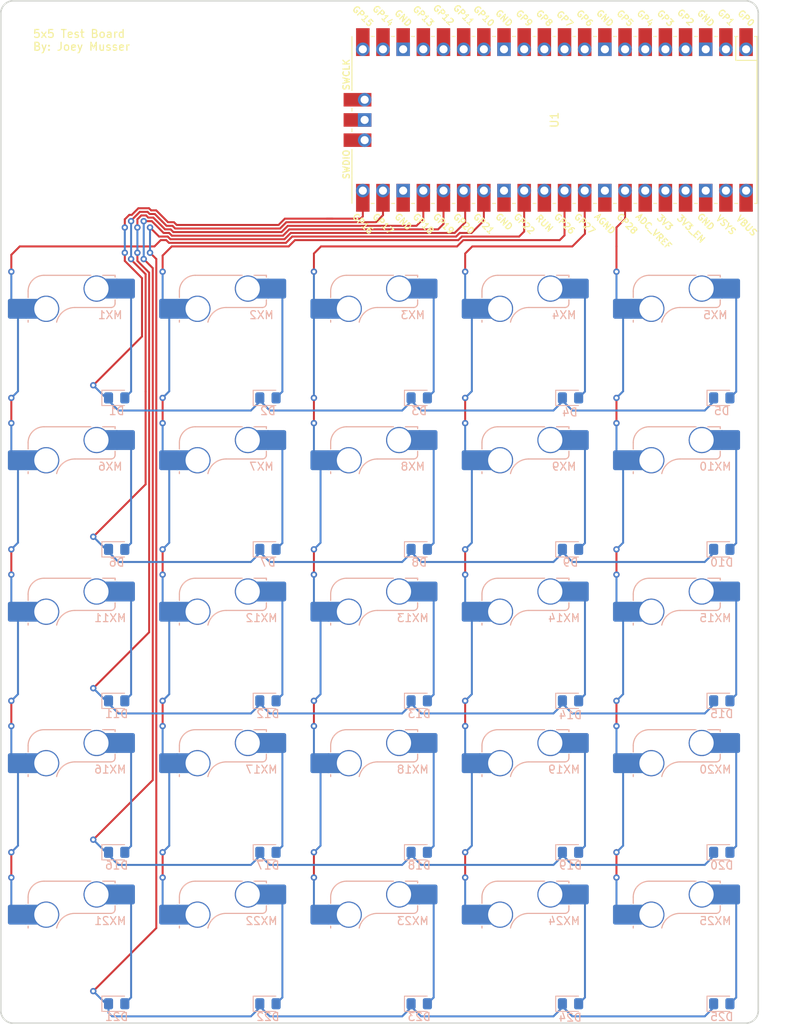
<source format=kicad_pcb>
(kicad_pcb (version 20221018) (generator pcbnew)
  (layers (0 "F.Cu" signal) (31 "B.Cu" signal) (34 "B.Paste" user) (35 "F.Paste" user) (36 "B.SilkS" user "B.Silkscreen") (37 "F.SilkS" user "F.Silkscreen") (38 "B.Mask" user) (39 "F.Mask" user) (44 "Edge.Cuts" user))
  (net 0 "")
  (net 34 "ROW0")
  (net 35 "Net-(D1-A)")
  (net 36 "Net-(D2-A)")
  (net 37 "Net-(D3-A)")
  (net 38 "Net-(D4-A)")
  (net 39 "Net-(D5-A)")
  (net 40 "ROW1")
  (net 41 "Net-(D6-A)")
  (net 42 "Net-(D7-A)")
  (net 43 "Net-(D8-A)")
  (net 44 "Net-(D9-A)")
  (net 45 "Net-(D10-A)")
  (net 46 "Net-(D11-A)")
  (net 47 "Net-(D12-A)")
  (net 48 "Net-(D13-A)")
  (net 49 "Net-(D14-A)")
  (net 50 "Net-(D15-A)")
  (net 51 "ROW3")
  (net 52 "Net-(D16-A)")
  (net 53 "Net-(D17-A)")
  (net 54 "Net-(D18-A)")
  (net 55 "Net-(D19-A)")
  (net 56 "Net-(D20-A)")
  (net 57 "ROW4")
  (net 58 "Net-(D21-A)")
  (net 59 "Net-(D22-A)")
  (net 60 "Net-(D23-A)")
  (net 61 "Net-(D24-A)")
  (net 62 "Net-(D25-A)")
  (net 63 "COL0")
  (net 64 "COL1")
  (net 65 "COL2")
  (net 66 "COL3")
  (net 67 "ROW2")
  (net 68 "COL4")
  (footprint "MCU_RaspberryPi_and_Boards:RPi_Pico_SMD_TH" (layer "F.Cu") (at 141.1545 59.436 -90)
    (fp_text reference "U1")
    (fp_text value "Pico")
  )
  (footprint "PCM_marbastlib-mx:SW_MX_HS_1u" (layer "B.Cu") (at 138.1125 142.875 180)
    (fp_text reference "MX19")
    (fp_text value "MX_SW_HS" hide)
  )
  (footprint "PCM_marbastlib-mx:SW_MX_HS_1u" (layer "B.Cu") (at 80.9625 104.775 180)
    (fp_text reference "MX6")
    (fp_text value "MX_SW_HS" hide)
  )
  (footprint "Diode_SMD:D_0805_2012Metric_Pad1.15x1.40mm_HandSolder" (layer "B.Cu") (at 162.2275 132.49275)
    (fp_text reference "D15")
    (fp_text value "D_Small")
  )
  (footprint "PCM_marbastlib-mx:SW_MX_HS_1u" (layer "B.Cu") (at 138.1125 104.775 180)
    (fp_text reference "MX9")
    (fp_text value "MX_SW_HS" hide)
  )
  (footprint "Diode_SMD:D_0805_2012Metric_Pad1.15x1.40mm_HandSolder" (layer "B.Cu") (at 143.1775 132.49275)
    (fp_text reference "D14")
    (fp_text value "D_Small")
  )
  (footprint "PCM_marbastlib-mx:SW_MX_HS_1u" (layer "B.Cu") (at 100.0125 85.725 180)
    (fp_text reference "MX2")
    (fp_text value "MX_SW_HS" hide)
  )
  (footprint "Diode_SMD:D_0805_2012Metric_Pad1.15x1.40mm_HandSolder" (layer "B.Cu") (at 105.0775 113.44275)
    (fp_text reference "D7")
    (fp_text value "D_Small")
  )
  (footprint "Diode_SMD:D_0805_2012Metric_Pad1.15x1.40mm_HandSolder" (layer "B.Cu") (at 86.0275 151.54275)
    (fp_text reference "D16")
    (fp_text value "D_Small")
  )
  (footprint "Diode_SMD:D_0805_2012Metric_Pad1.15x1.40mm_HandSolder" (layer "B.Cu") (at 86.0275 94.39275)
    (fp_text reference "D1")
    (fp_text value "D_Small")
  )
  (footprint "Diode_SMD:D_0805_2012Metric_Pad1.15x1.40mm_HandSolder" (layer "B.Cu") (at 124.1275 113.44275)
    (fp_text reference "D8")
    (fp_text value "D_Small")
  )
  (footprint "PCM_marbastlib-mx:SW_MX_HS_1u" (layer "B.Cu") (at 138.1125 85.725 180)
    (fp_text reference "MX4")
    (fp_text value "MX_SW_HS" hide)
  )
  (footprint "PCM_marbastlib-mx:SW_MX_HS_1u" (layer "B.Cu") (at 157.1625 104.775 180)
    (fp_text reference "MX10")
    (fp_text value "MX_SW_HS" hide)
  )
  (footprint "Diode_SMD:D_0805_2012Metric_Pad1.15x1.40mm_HandSolder" (layer "B.Cu") (at 162.2275 151.54275)
    (fp_text reference "D20")
    (fp_text value "D_Small")
  )
  (footprint "PCM_marbastlib-mx:SW_MX_HS_1u" (layer "B.Cu") (at 100.0125 104.775 180)
    (fp_text reference "MX7")
    (fp_text value "MX_SW_HS" hide)
  )
  (footprint "PCM_marbastlib-mx:SW_MX_HS_1u" (layer "B.Cu") (at 100.0125 123.825 180)
    (fp_text reference "MX12")
    (fp_text value "MX_SW_HS" hide)
  )
  (footprint "PCM_marbastlib-mx:SW_MX_HS_1u" (layer "B.Cu") (at 157.1625 161.925 180)
    (fp_text reference "MX25")
    (fp_text value "MX_SW_HS" hide)
  )
  (footprint "PCM_marbastlib-mx:SW_MX_HS_1u" (layer "B.Cu") (at 138.1125 161.925 180)
    (fp_text reference "MX24")
    (fp_text value "MX_SW_HS" hide)
  )
  (footprint "Diode_SMD:D_0805_2012Metric_Pad1.15x1.40mm_HandSolder" (layer "B.Cu") (at 124.1275 151.54275)
    (fp_text reference "D18")
    (fp_text value "D_Small")
  )
  (footprint "PCM_marbastlib-mx:SW_MX_HS_1u" (layer "B.Cu") (at 80.9625 85.725 180)
    (fp_text reference "MX1")
    (fp_text value "MX_SW_HS" hide)
  )
  (footprint "PCM_marbastlib-mx:SW_MX_HS_1u" (layer "B.Cu") (at 119.0625 142.875 180)
    (fp_text reference "MX18")
    (fp_text value "MX_SW_HS" hide)
  )
  (footprint "Diode_SMD:D_0805_2012Metric_Pad1.15x1.40mm_HandSolder" (layer "B.Cu") (at 105.0775 170.59275)
    (fp_text reference "D22")
    (fp_text value "D_Small")
  )
  (footprint "Diode_SMD:D_0805_2012Metric_Pad1.15x1.40mm_HandSolder" (layer "B.Cu") (at 105.0775 132.49275)
    (fp_text reference "D12")
    (fp_text value "D_Small")
  )
  (footprint "Diode_SMD:D_0805_2012Metric_Pad1.15x1.40mm_HandSolder" (layer "B.Cu") (at 143.1775 170.59275)
    (fp_text reference "D24")
    (fp_text value "D_Small")
  )
  (footprint "Diode_SMD:D_0805_2012Metric_Pad1.15x1.40mm_HandSolder" (layer "B.Cu") (at 86.0275 113.44275)
    (fp_text reference "D6")
    (fp_text value "D_Small")
  )
  (footprint "PCM_marbastlib-mx:SW_MX_HS_1u" (layer "B.Cu") (at 138.1125 123.825 180)
    (fp_text reference "MX14")
    (fp_text value "MX_SW_HS" hide)
  )
  (footprint "PCM_marbastlib-mx:SW_MX_HS_1u" (layer "B.Cu") (at 100.0125 161.925 180)
    (fp_text reference "MX22")
    (fp_text value "MX_SW_HS" hide)
  )
  (footprint "PCM_marbastlib-mx:SW_MX_HS_1u" (layer "B.Cu") (at 80.9625 142.875 180)
    (fp_text reference "MX16")
    (fp_text value "MX_SW_HS" hide)
  )
  (footprint "Diode_SMD:D_0805_2012Metric_Pad1.15x1.40mm_HandSolder" (layer "B.Cu") (at 86.0275 170.59275)
    (fp_text reference "D21")
    (fp_text value "D_Small")
  )
  (footprint "PCM_marbastlib-mx:SW_MX_HS_1u" (layer "B.Cu") (at 100.0125 142.875 180)
    (fp_text reference "MX17")
    (fp_text value "MX_SW_HS" hide)
  )
  (footprint "PCM_marbastlib-mx:SW_MX_HS_1u" (layer "B.Cu") (at 157.1625 123.825 180)
    (fp_text reference "MX15")
    (fp_text value "MX_SW_HS" hide)
  )
  (footprint "Diode_SMD:D_0805_2012Metric_Pad1.15x1.40mm_HandSolder" (layer "B.Cu") (at 162.2275 170.59275)
    (fp_text reference "D25")
    (fp_text value "D_Small")
  )
  (footprint "PCM_marbastlib-mx:SW_MX_HS_1u" (layer "B.Cu") (at 119.0625 161.925 180)
    (fp_text reference "MX23")
    (fp_text value "MX_SW_HS" hide)
  )
  (footprint "Diode_SMD:D_0805_2012Metric_Pad1.15x1.40mm_HandSolder" (layer "B.Cu") (at 143.1775 151.54275)
    (fp_text reference "D19")
    (fp_text value "D_Small")
  )
  (footprint "Diode_SMD:D_0805_2012Metric_Pad1.15x1.40mm_HandSolder" (layer "B.Cu") (at 124.1275 170.59275)
    (fp_text reference "D23")
    (fp_text value "D_Small")
  )
  (footprint "Diode_SMD:D_0805_2012Metric_Pad1.15x1.40mm_HandSolder" (layer "B.Cu") (at 143.1775 113.44275)
    (fp_text reference "D9")
    (fp_text value "D_Small")
  )
  (footprint "Diode_SMD:D_0805_2012Metric_Pad1.15x1.40mm_HandSolder" (layer "B.Cu") (at 124.1275 94.39275)
    (fp_text reference "D3")
    (fp_text value "D_Small")
  )
  (footprint "PCM_marbastlib-mx:SW_MX_HS_1u" (layer "B.Cu") (at 119.0625 104.775 180)
    (fp_text reference "MX8")
    (fp_text value "MX_SW_HS" hide)
  )
  (footprint "PCM_marbastlib-mx:SW_MX_HS_1u" (layer "B.Cu") (at 119.0625 123.825 180)
    (fp_text reference "MX13")
    (fp_text value "MX_SW_HS" hide)
  )
  (footprint "Diode_SMD:D_0805_2012Metric_Pad1.15x1.40mm_HandSolder" (layer "B.Cu") (at 143.1775 94.39275)
    (fp_text reference "D4")
    (fp_text value "D_Small")
  )
  (footprint "Diode_SMD:D_0805_2012Metric_Pad1.15x1.40mm_HandSolder" (layer "B.Cu") (at 105.0775 151.54275)
    (fp_text reference "D17")
    (fp_text value "D_Small")
  )
  (footprint "Diode_SMD:D_0805_2012Metric_Pad1.15x1.40mm_HandSolder" (layer "B.Cu") (at 105.0775 94.39275)
    (fp_text reference "D2")
    (fp_text value "D_Small")
  )
  (footprint "Diode_SMD:D_0805_2012Metric_Pad1.15x1.40mm_HandSolder" (layer "B.Cu") (at 162.2275 113.44275)
    (fp_text reference "D10")
    (fp_text value "D_Small")
  )
  (footprint "PCM_marbastlib-mx:SW_MX_HS_1u" (layer "B.Cu") (at 157.1625 142.875 180)
    (fp_text reference "MX20")
    (fp_text value "MX_SW_HS" hide)
  )
  (footprint "Diode_SMD:D_0805_2012Metric_Pad1.15x1.40mm_HandSolder" (layer "B.Cu") (at 124.1275 132.49275)
    (fp_text reference "D13")
    (fp_text value "D_Small")
  )
  (footprint "Diode_SMD:D_0805_2012Metric_Pad1.15x1.40mm_HandSolder" (layer "B.Cu") (at 86.0275 132.49275)
    (fp_text reference "D11")
    (fp_text value "D_Small")
  )
  (footprint "PCM_marbastlib-mx:SW_MX_HS_1u" (layer "B.Cu") (at 119.0625 85.725 180)
    (fp_text reference "MX3")
    (fp_text value "MX_SW_HS" hide)
  )
  (footprint "PCM_marbastlib-mx:SW_MX_HS_1u" (layer "B.Cu") (at 80.9625 123.825 180)
    (fp_text reference "MX11")
    (fp_text value "MX_SW_HS" hide)
  )
  (footprint "PCM_marbastlib-mx:SW_MX_HS_1u" (layer "B.Cu") (at 157.1625 85.725 180)
    (fp_text reference "MX5")
    (fp_text value "MX_SW_HS" hide)
  )
  (footprint "Diode_SMD:D_0805_2012Metric_Pad1.15x1.40mm_HandSolder" (layer "B.Cu") (at 162.2275 94.39275)
    (fp_text reference "D5")
    (fp_text value "D_Small")
  )
  (footprint "PCM_marbastlib-mx:SW_MX_HS_1u" (layer "B.Cu") (at 80.9625 161.925 180)
    (fp_text reference "MX21")
    (fp_text value "MX_SW_HS" hide)
  )
  (gr_line (start 166.820248 171.45) (end 166.820248 46.0375) (stroke (width 0.2)) (layer "Edge.Cuts"))
  (gr_line (start 71.4375 171.45) (end 71.4375 53.18125) (stroke (width 0.2)) (layer "Edge.Cuts"))
  (gr_arc (start 71.4375 46.0375) (mid 71.902468 44.914968) (end 73.025 44.45) (stroke (width 0.2)) (layer "Edge.Cuts"))
  (gr_line (start 71.4375 53.18125) (end 71.4375 46.0375) (stroke (width 0.2)) (layer "Edge.Cuts"))
  (gr_line (start 73.025 173.0375) (end 165.232748 173.0375) (stroke (width 0.2)) (layer "Edge.Cuts"))
  (gr_arc (start 73.025 173.0375) (mid 71.902468 172.572532) (end 71.4375 171.45) (stroke (width 0.2)) (layer "Edge.Cuts"))
  (gr_arc (start 165.232748 44.45) (mid 166.35528 44.914968) (end 166.820248 46.0375) (stroke (width 0.2)) (layer "Edge.Cuts"))
  (gr_arc (start 166.820248 171.45) (mid 166.35528 172.572532) (end 165.232748 173.0375) (stroke (width 0.2)) (layer "Edge.Cuts"))
  (gr_line (start 165.232748 44.45) (end 73.025 44.45) (stroke (width 0.2)) (layer "Edge.Cuts"))
  (gr_text "5x5 Test Board\nBy: Joey Musser" (at 75.40625 50.8) (layer "F.SilkS") (effects (font (size 1 1)) (justify left bottom)))
  (segment (start 116.42125 71.849) (end 112.4525 71.849) (width 0.25) (layer "F.Cu") (net 34))
  (segment (start 87.0525 71.936195) (end 87.614695 71.374) (width 0.25) (layer "F.Cu") (net 34))
  (segment (start 117.0245 71.5645) (end 116.74 71.849) (width 0.25) (layer "F.Cu") (net 34))
  (segment (start 87.0525 77.161805) (end 89.22125 79.330555) (width 0.25) (layer "F.Cu") (net 34))
  (segment (start 107.20802 71.849) (end 113.24625 71.849) (width 0.25) (layer "F.Cu") (net 34))
  (segment (start 88.760653 70.54275) (end 90.106847 70.54275) (width 0.25) (layer "F.Cu") (net 34))
  (segment (start 93.588896 72.64275) (end 106.41427 72.64275) (width 0.25) (layer "F.Cu") (net 34))
  (segment (start 89.22125 79.330555) (end 89.22125 86.66775) (width 0.25) (layer "F.Cu") (net 34))
  (segment (start 87.0525 76.1365) (end 87.0525 77.161805) (width 0.25) (layer "F.Cu") (net 34))
  (segment (start 87.0525 72.9615) (end 87.0525 71.936195) (width 0.25) (layer "F.Cu") (net 34))
  (segment (start 106.41427 72.64275) (end 107.20802 71.849) (width 0.25) (layer "F.Cu") (net 34))
  (segment (start 92.499493 72.299) (end 93.245146 72.299) (width 0.25) (layer "F.Cu") (net 34))
  (segment (start 93.245146 72.299) (end 93.588896 72.64275) (width 0.25) (layer "F.Cu") (net 34))
  (segment (start 87.614695 71.374) (end 87.929403 71.374) (width 0.25) (layer "F.Cu") (net 34))
  (segment (start 117.0245 68.326) (end 117.0245 71.5645) (width 0.25) (layer "F.Cu") (net 34))
  (segment (start 87.929403 71.374) (end 88.760653 70.54275) (width 0.25) (layer "F.Cu") (net 34))
  (segment (start 89.22125 86.66775) (end 83.08375 92.80525) (width 0.25) (layer "F.Cu") (net 34))
  (segment (start 116.74 71.849) (end 116.42125 71.849) (width 0.25) (layer "F.Cu") (net 34))
  (segment (start 90.370451 70.806354) (end 91.006847 70.806354) (width 0.25) (layer "F.Cu") (net 34))
  (segment (start 91.006847 70.806354) (end 92.499493 72.299) (width 0.25) (layer "F.Cu") (net 34))
  (segment (start 90.106847 70.54275) (end 90.370451 70.806354) (width 0.25) (layer "F.Cu") (net 34))
  (via (at 83.08375 92.80525) (size 0.8) (drill 0.4) (layers "F.Cu" "B.Cu") (net 34))
  (via (at 87.0525 76.1365) (size 0.8) (drill 0.4) (layers "F.Cu" "B.Cu") (net 34))
  (via (at 87.0525 72.9615) (size 0.8) (drill 0.4) (layers "F.Cu" "B.Cu") (net 34))
  (segment (start 105.30875 95.98025) (end 104.0525 94.724) (width 0.25) (layer "B.Cu") (net 34))
  (segment (start 123.1025 94.724) (end 123.1025 94.39275) (width 0.25) (layer "B.Cu") (net 34))
  (segment (start 104.0525 94.39275) (end 104.0525 94.85525) (width 0.25) (layer "B.Cu") (net 34))
  (segment (start 161.2025 94.85525) (end 160.0775 95.98025) (width 0.25) (layer "B.Cu") (net 34))
  (segment (start 143.40875 95.98025) (end 142.1525 94.724) (width 0.25) (layer "B.Cu") (net 34))
  (segment (start 86.25875 95.98025) (end 85.0025 94.724) (width 0.25) (layer "B.Cu") (net 34))
  (segment (start 161.2025 94.39275) (end 161.2025 94.85525) (width 0.25) (layer "B.Cu") (net 34))
  (segment (start 141.0275 95.98025) (end 124.35875 95.98025) (width 0.25) (layer "B.Cu") (net 34))
  (segment (start 85.0025 94.724) (end 85.0025 94.39275) (width 0.25) (layer "B.Cu") (net 34))
  (segment (start 104.0525 94.724) (end 104.0525 94.39275) (width 0.25) (layer "B.Cu") (net 34))
  (segment (start 142.1525 94.39275) (end 142.1525 94.85525) (width 0.25) (layer "B.Cu") (net 34))
  (segment (start 124.35875 95.98025) (end 123.1025 94.724) (width 0.25) (layer "B.Cu") (net 34))
  (segment (start 142.1525 94.724) (end 142.1525 94.39275) (width 0.25) (layer "B.Cu") (net 34))
  (segment (start 123.1025 94.39275) (end 123.1025 94.85525) (width 0.25) (layer "B.Cu") (net 34))
  (segment (start 85.0025 94.39275) (end 84.67125 94.39275) (width 0.25) (layer "B.Cu") (net 34))
  (segment (start 84.67125 94.39275) (end 83.08375 92.80525) (width 0.25) (layer "B.Cu") (net 34))
  (segment (start 123.1025 94.85525) (end 121.9775 95.98025) (width 0.25) (layer "B.Cu") (net 34))
  (segment (start 87.0525 76.1365) (end 87.0525 72.9615) (width 0.25) (layer "B.Cu") (net 34))
  (segment (start 104.0525 94.85525) (end 102.9275 95.98025) (width 0.25) (layer "B.Cu") (net 34))
  (segment (start 142.1525 94.85525) (end 141.0275 95.98025) (width 0.25) (layer "B.Cu") (net 34))
  (segment (start 121.9775 95.98025) (end 105.30875 95.98025) (width 0.25) (layer "B.Cu") (net 34))
  (segment (start 102.9275 95.98025) (end 86.25875 95.98025) (width 0.25) (layer "B.Cu") (net 34))
  (segment (start 160.0775 95.98025) (end 143.40875 95.98025) (width 0.25) (layer "B.Cu") (net 34))
  (segment (start 87.84625 93.599) (end 87.0525 94.39275) (width 0.25) (layer "B.Cu") (net 35))
  (segment (start 87.84625 81.43875) (end 87.84625 93.599) (width 0.25) (layer "B.Cu") (net 35))
  (segment (start 87.0525 80.645) (end 87.84625 81.43875) (width 0.25) (layer "B.Cu") (net 35))
  (segment (start 106.89625 93.599) (end 106.1025 94.39275) (width 0.25) (layer "B.Cu") (net 36))
  (segment (start 106.89625 81.43875) (end 106.89625 93.599) (width 0.25) (layer "B.Cu") (net 36))
  (segment (start 106.1025 80.645) (end 106.89625 81.43875) (width 0.25) (layer "B.Cu") (net 36))
  (segment (start 125.1525 80.645) (end 125.94625 81.43875) (width 0.25) (layer "B.Cu") (net 37))
  (segment (start 125.94625 93.599) (end 125.1525 94.39275) (width 0.25) (layer "B.Cu") (net 37))
  (segment (start 125.94625 81.43875) (end 125.94625 93.599) (width 0.25) (layer "B.Cu") (net 37))
  (segment (start 144.2025 80.645) (end 144.99625 81.43875) (width 0.25) (layer "B.Cu") (net 38))
  (segment (start 144.99625 81.43875) (end 144.99625 93.599) (width 0.25) (layer "B.Cu") (net 38))
  (segment (start 144.99625 93.599) (end 144.2025 94.39275) (width 0.25) (layer "B.Cu") (net 38))
  (segment (start 164.04625 81.43875) (end 164.04625 93.599) (width 0.25) (layer "B.Cu") (net 39))
  (segment (start 164.04625 93.599) (end 163.2525 94.39275) (width 0.25) (layer "B.Cu") (net 39))
  (segment (start 163.2525 80.645) (end 164.04625 81.43875) (width 0.25) (layer "B.Cu") (net 39))
  (segment (start 91.731847 72.16775) (end 91.376548 71.812451) (width 0.25) (layer "F.Cu") (net 40))
  (segment (start 118.8025 72.16775) (end 118.67125 72.299) (width 0.25) (layer "F.Cu") (net 40))
  (segment (start 87.84625 77.004451) (end 88.453604 77.611805) (width 0.25) (layer "F.Cu") (net 40))
  (segment (start 106.1025 73.09275) (end 94.19625 73.09275) (width 0.25) (layer "F.Cu") (net 40))
  (segment (start 87.84625 72.093549) (end 88.947049 70.99275) (width 0.25) (layer "F.Cu") (net 40))
  (segment (start 90.195451 71.26775) (end 90.2275 71.26775) (width 0.25) (layer "F.Cu") (net 40))
  (segment (start 90.831847 71.26775) (end 91.376549 71.812452) (width 0.25) (layer "F.Cu") (net 40))
  (segment (start 107.69 72.299) (end 107.394416 72.299) (width 0.25) (layer "F.Cu") (net 40))
  (segment (start 119.5645 68.326) (end 119.5645 71.40575) (width 0.25) (layer "F.Cu") (net 40))
  (segment (start 92.313097 72.749) (end 91.773423 72.209326) (width 0.25) (layer "F.Cu") (net 40))
  (segment (start 94.065 73.09275) (end 93.4025 73.09275) (width 0.25) (layer "F.Cu") (net 40))
  (segment (start 89.67125 105.26775) (end 89.67125 93.599) (width 0.25) (layer "F.Cu") (net 40))
  (segment (start 87.84625 72.093549) (end 87.84625 72.16775) (width 0.25) (layer "F.Cu") (net 40))
  (segment (start 89.920451 70.99275) (end 90.195451 71.26775) (width 0.25) (layer "F.Cu") (net 40))
  (segment (start 106.814083 72.879333) (end 106.600666 73.09275) (width 0.25) (layer "F.Cu") (net 40))
  (segment (start 93.4025 73.09275) (end 93.05875 72.749) (width 0.25) (layer "F.Cu") (net 40))
  (segment (start 88.947049 70.99275) (end 89.920451 70.99275) (width 0.25) (layer "F.Cu") (net 40))
  (segment (start 89.67125 78.829451) (end 89.67125 93.599) (width 0.25) (layer "F.Cu") (net 40))
  (segment (start 107.394416 72.299) (end 106.814083 72.879333) (width 0.25) (layer "F.Cu") (net 40))
  (segment (start 119.5645 71.40575) (end 118.8025 72.16775) (width 0.25) (layer "F.Cu") (net 40))
  (segment (start 94.19625 73.09275) (end 94.065 73.09275) (width 0.25) (layer "F.Cu") (net 40))
  (segment (start 92.637792 72.749) (end 92.313097 72.749) (width 0.25) (layer "F.Cu") (net 40))
  (segment (start 106.600666 73.09275) (end 106.1025 73.09275) (width 0.25) (layer "F.Cu") (net 40))
  (segment (start 83.08375 111.85525) (end 89.67125 105.26775) (width 0.25) (layer "F.Cu") (net 40))
  (segment (start 91.773423 72.209326) (end 91.731847 72.16775) (width 0.25) (layer "F.Cu") (net 40))
  (segment (start 87.84625 76.93025) (end 87.84625 77.004451) (width 0.25) (layer "F.Cu") (net 40))
  (segment (start 90.2275 71.26775) (end 90.831847 71.26775) (width 0.25) (layer "F.Cu") (net 40))
  (segment (start 118.67125 72.299) (end 107.69 72.299) (width 0.25) (layer "F.Cu") (net 40))
  (segment (start 88.453604 77.611805) (end 89.67125 78.829451) (width 0.25) (layer "F.Cu") (net 40))
  (segment (start 93.05875 72.749) (end 92.637792 72.749) (width 0.25) (layer "F.Cu") (net 40))
  (via (at 87.84625 76.93025) (size 0.8) (drill 0.4) (layers "F.Cu" "B.Cu") (net 40))
  (via (at 87.84625 72.16775) (size 0.8) (drill 0.4) (layers "F.Cu" "B.Cu") (net 40))
  (via (at 83.08375 111.85525) (size 0.8) (drill 0.4) (layers "F.Cu" "B.Cu") (net 40))
  (segment (start 104.0525 113.90525) (end 104.0525 113.44275) (width 0.25) (layer "B.Cu") (net 40))
  (segment (start 143.40875 115.03025) (end 142.1525 113.774) (width 0.25) (layer "B.Cu") (net 40))
  (segment (start 87.84625 72.16775) (end 87.84625 76.93025) (width 0.25) (layer "B.Cu") (net 40))
  (segment (start 142.1525 113.44275) (end 142.1525 113.90525) (width 0.25) (layer "B.Cu") (net 40))
  (segment (start 123.1025 113.44275) (end 123.1025 113.90525) (width 0.25) (layer "B.Cu") (net 40))
  (segment (start 84.67125 113.44275) (end 83.08375 111.85525) (width 0.25) (layer "B.Cu") (net 40))
  (segment (start 121.9775 115.03025) (end 105.30875 115.03025) (width 0.25) (layer "B.Cu") (net 40))
  (segment (start 102.9275 115.03025) (end 104.0525 113.90525) (width 0.25) (layer "B.Cu") (net 40))
  (segment (start 161.2025 113.90525) (end 160.0775 115.03025) (width 0.25) (layer "B.Cu") (net 40))
  (segment (start 86.25875 115.03025) (end 102.9275 115.03025) (width 0.25) (layer "B.Cu") (net 40))
  (segment (start 123.1025 113.774) (end 123.1025 113.44275) (width 0.25) (layer "B.Cu") (net 40))
  (segment (start 85.0025 113.44275) (end 85.0025 113.774) (width 0.25) (layer "B.Cu") (net 40))
  (segment (start 123.1025 113.90525) (end 121.9775 115.03025) (width 0.25) (layer "B.Cu") (net 40))
  (segment (start 104.0525 113.774) (end 104.0525 113.44275) (width 0.25) (layer "B.Cu") (net 40))
  (segment (start 141.0275 115.03025) (end 124.35875 115.03025) (width 0.25) (layer "B.Cu") (net 40))
  (segment (start 142.1525 113.774) (end 142.1525 113.44275) (width 0.25) (layer "B.Cu") (net 40))
  (segment (start 85.0025 113.774) (end 86.25875 115.03025) (width 0.25) (layer "B.Cu") (net 40))
  (segment (start 161.2025 113.44275) (end 161.2025 113.90525) (width 0.25) (layer "B.Cu") (net 40))
  (segment (start 105.30875 115.03025) (end 104.0525 113.774) (width 0.25) (layer "B.Cu") (net 40))
  (segment (start 142.1525 113.90525) (end 141.0275 115.03025) (width 0.25) (layer "B.Cu") (net 40))
  (segment (start 124.35875 115.03025) (end 123.1025 113.774) (width 0.25) (layer "B.Cu") (net 40))
  (segment (start 85.0025 113.44275) (end 84.67125 113.44275) (width 0.25) (layer "B.Cu") (net 40))
  (segment (start 160.0775 115.03025) (end 143.40875 115.03025) (width 0.25) (layer "B.Cu") (net 40))
  (segment (start 87.0525 99.695) (end 87.84625 100.48875) (width 0.25) (layer "B.Cu") (net 41))
  (segment (start 87.84625 112.649) (end 87.0525 113.44275) (width 0.25) (layer "B.Cu") (net 41))
  (segment (start 87.84625 100.48875) (end 87.84625 112.649) (width 0.25) (layer "B.Cu") (net 41))
  (segment (start 106.89625 100.48875) (end 106.89625 112.649) (width 0.25) (layer "B.Cu") (net 42))
  (segment (start 106.89625 112.649) (end 106.1025 113.44275) (width 0.25) (layer "B.Cu") (net 42))
  (segment (start 106.1025 99.695) (end 106.89625 100.48875) (width 0.25) (layer "B.Cu") (net 42))
  (segment (start 125.1525 99.695) (end 125.94625 100.48875) (width 0.25) (layer "B.Cu") (net 43))
  (segment (start 125.94625 100.48875) (end 125.94625 112.649) (width 0.25) (layer "B.Cu") (net 43))
  (segment (start 125.94625 112.649) (end 125.1525 113.44275) (width 0.25) (layer "B.Cu") (net 43))
  (segment (start 144.99625 100.48875) (end 144.99625 112.649) (width 0.25) (layer "B.Cu") (net 44))
  (segment (start 144.2025 99.695) (end 144.99625 100.48875) (width 0.25) (layer "B.Cu") (net 44))
  (segment (start 144.99625 112.649) (end 144.2025 113.44275) (width 0.25) (layer "B.Cu") (net 44))
  (segment (start 164.04625 100.48875) (end 164.04625 112.649) (width 0.25) (layer "B.Cu") (net 45))
  (segment (start 163.2525 99.695) (end 164.04625 100.48875) (width 0.25) (layer "B.Cu") (net 45))
  (segment (start 164.04625 112.649) (end 163.2525 113.44275) (width 0.25) (layer "B.Cu") (net 45))
  (segment (start 87.84625 119.53875) (end 87.84625 131.699) (width 0.25) (layer "B.Cu") (net 46))
  (segment (start 87.84625 131.699) (end 87.0525 132.49275) (width 0.25) (layer "B.Cu") (net 46))
  (segment (start 87.0525 118.745) (end 87.84625 119.53875) (width 0.25) (layer "B.Cu") (net 46))
  (segment (start 106.89625 131.699) (end 106.1025 132.49275) (width 0.25) (layer "B.Cu") (net 47))
  (segment (start 106.89625 119.53875) (end 106.89625 131.699) (width 0.25) (layer "B.Cu") (net 47))
  (segment (start 106.1025 118.745) (end 106.89625 119.53875) (width 0.25) (layer "B.Cu") (net 47))
  (segment (start 125.1525 118.745) (end 125.94625 119.53875) (width 0.25) (layer "B.Cu") (net 48))
  (segment (start 125.94625 119.53875) (end 125.94625 131.699) (width 0.25) (layer "B.Cu") (net 48))
  (segment (start 125.94625 131.699) (end 125.1525 132.49275) (width 0.25) (layer "B.Cu") (net 48))
  (segment (start 144.2025 118.745) (end 144.99625 119.53875) (width 0.25) (layer "B.Cu") (net 49))
  (segment (start 144.99625 119.53875) (end 144.99625 131.699) (width 0.25) (layer "B.Cu") (net 49))
  (segment (start 144.99625 131.699) (end 144.2025 132.49275) (width 0.25) (layer "B.Cu") (net 49))
  (segment (start 164.04625 131.699) (end 163.2525 132.49275) (width 0.25) (layer "B.Cu") (net 50))
  (segment (start 164.04625 119.53875) (end 164.04625 131.699) (width 0.25) (layer "B.Cu") (net 50))
  (segment (start 163.2525 118.745) (end 164.04625 119.53875) (width 0.25) (layer "B.Cu") (net 50))
  (segment (start 127.1845 68.326) (end 127.1845 72.517) (width 0.25) (layer "F.Cu") (net 51))
  (segment (start 90.459055 72.16775) (end 89.43375 72.16775) (width 0.25) (layer "F.Cu") (net 51))
  (segment (start 92.637792 73.649) (end 91.940305 73.649) (width 0.25) (layer "F.Cu") (net 51))
  (segment (start 90.57125 142.46775) (end 90.57125 78.06775) (width 0.25) (layer "F.Cu") (net 51))
  (segment (start 90.57125 78.06775) (end 89.43375 76.93025) (width 0.25) (layer "F.Cu") (net 51))
  (segment (start 83.08375 149.95525) (end 90.57125 142.46775) (width 0.25) (layer "F.Cu") (net 51))
  (segment (start 91.940305 73.649) (end 90.459055 72.16775) (width 0.25) (layer "F.Cu") (net 51))
  (segment (start 92.981542 73.99275) (end 92.637792 73.649) (width 0.25) (layer "F.Cu") (net 51))
  (segment (start 127.1845 72.517) (end 126.5025 73.199) (width 0.25) (layer "F.Cu") (net 51))
  (segment (start 107.767208 73.199) (end 106.973458 73.99275) (width 0.25) (layer "F.Cu") (net 51))
  (segment (start 126.5025 73.199) (end 107.767208 73.199) (width 0.25) (layer "F.Cu") (net 51))
  (segment (start 106.973458 73.99275) (end 92.981542 73.99275) (width 0.25) (layer "F.Cu") (net 51))
  (via (at 83.08375 149.95525) (size 0.8) (drill 0.4) (layers "F.Cu" "B.Cu") (net 51))
  (via (at 89.43375 72.16775) (size 0.8) (drill 0.4) (layers "F.Cu" "B.Cu") (net 51))
  (via (at 89.43375 76.93025) (size 0.8) (drill 0.4) (layers "F.Cu" "B.Cu") (net 51))
  (segment (start 85.0025 151.874) (end 86.25875 153.13025) (width 0.25) (layer "B.Cu") (net 51))
  (segment (start 85.0025 151.54275) (end 84.67125 151.54275) (width 0.25) (layer "B.Cu") (net 51))
  (segment (start 160.0775 153.13025) (end 161.2025 152.00525) (width 0.25) (layer "B.Cu") (net 51))
  (segment (start 161.2025 152.00525) (end 161.2025 151.54275) (width 0.25) (layer "B.Cu") (net 51))
  (segment (start 123.1025 151.874) (end 124.35875 153.13025) (width 0.25) (layer "B.Cu") (net 51))
  (segment (start 142.1525 152.00525) (end 142.1525 151.54275) (width 0.25) (layer "B.Cu") (net 51))
  (segment (start 85.0025 151.54275) (end 85.0025 151.874) (width 0.25) (layer "B.Cu") (net 51))
  (segment (start 142.1525 151.54275) (end 142.1525 151.874) (width 0.25) (layer "B.Cu") (net 51))
  (segment (start 142.1525 151.874) (end 143.40875 153.13025) (width 0.25) (layer "B.Cu") (net 51))
  (segment (start 84.67125 151.54275) (end 83.08375 149.95525) (width 0.25) (layer "B.Cu") (net 51))
  (segment (start 123.1025 152.00525) (end 123.1025 151.54275) (width 0.25) (layer "B.Cu") (net 51))
  (segment (start 89.43375 72.16775) (end 89.43375 76.93025) (width 0.25) (layer "B.Cu") (net 51))
  (segment (start 86.25875 153.13025) (end 102.9275 153.13025) (width 0.25) (layer "B.Cu") (net 51))
  (segment (start 105.30875 153.13025) (end 121.9775 153.13025) (width 0.25) (layer "B.Cu") (net 51))
  (segment (start 121.9775 153.13025) (end 123.1025 152.00525) (width 0.25) (layer "B.Cu") (net 51))
  (segment (start 123.1025 151.54275) (end 123.1025 151.874) (width 0.25) (layer "B.Cu") (net 51))
  (segment (start 102.9275 153.13025) (end 104.0525 152.00525) (width 0.25) (layer "B.Cu") (net 51))
  (segment (start 141.0275 153.13025) (end 142.1525 152.00525) (width 0.25) (layer "B.Cu") (net 51))
  (segment (start 104.0525 152.00525) (end 104.0525 151.54275) (width 0.25) (layer "B.Cu") (net 51))
  (segment (start 104.0525 151.54275) (end 104.0525 151.874) (width 0.25) (layer "B.Cu") (net 51))
  (segment (start 143.40875 153.13025) (end 160.0775 153.13025) (width 0.25) (layer "B.Cu") (net 51))
  (segment (start 124.35875 153.13025) (end 141.0275 153.13025) (width 0.25) (layer "B.Cu") (net 51))
  (segment (start 104.0525 151.874) (end 105.30875 153.13025) (width 0.25) (layer "B.Cu") (net 51))
  (segment (start 87.84625 150.749) (end 87.0525 151.54275) (width 0.25) (layer "B.Cu") (net 52))
  (segment (start 87.0525 137.795) (end 87.84625 138.58875) (width 0.25) (layer "B.Cu") (net 52))
  (segment (start 87.84625 138.58875) (end 87.84625 150.749) (width 0.25) (layer "B.Cu") (net 52))
  (segment (start 106.89625 138.58875) (end 106.89625 150.749) (width 0.25) (layer "B.Cu") (net 53))
  (segment (start 106.89625 150.749) (end 106.1025 151.54275) (width 0.25) (layer "B.Cu") (net 53))
  (segment (start 106.1025 137.795) (end 106.89625 138.58875) (width 0.25) (layer "B.Cu") (net 53))
  (segment (start 125.94625 138.58875) (end 125.94625 150.749) (width 0.25) (layer "B.Cu") (net 54))
  (segment (start 125.1525 137.795) (end 125.94625 138.58875) (width 0.25) (layer "B.Cu") (net 54))
  (segment (start 125.94625 150.749) (end 125.1525 151.54275) (width 0.25) (layer "B.Cu") (net 54))
  (segment (start 144.2025 137.795) (end 144.99625 138.58875) (width 0.25) (layer "B.Cu") (net 55))
  (segment (start 144.99625 138.58875) (end 144.99625 150.749) (width 0.25) (layer "B.Cu") (net 55))
  (segment (start 144.99625 150.749) (end 144.2025 151.54275) (width 0.25) (layer "B.Cu") (net 55))
  (segment (start 164.04625 150.749) (end 163.2525 151.54275) (width 0.25) (layer "B.Cu") (net 56))
  (segment (start 163.2525 137.795) (end 164.04625 138.58875) (width 0.25) (layer "B.Cu") (net 56))
  (segment (start 164.04625 138.58875) (end 164.04625 150.749) (width 0.25) (layer "B.Cu") (net 56))
  (segment (start 91.365 74.099) (end 90.2275 72.9615) (width 0.25) (layer "F.Cu") (net 57))
  (segment (start 92.795146 74.44275) (end 92.451396 74.099) (width 0.25) (layer "F.Cu") (net 57))
  (segment (start 91.02125 161.06775) (end 91.02125 76.93025) (width 0.25) (layer "F.Cu") (net 57))
  (segment (start 91.02125 76.93025) (end 90.2275 76.1365) (width 0.25) (layer "F.Cu") (net 57))
  (segment (start 129.915 68.5165) (end 129.915 72.325104) (width 0.25) (layer "F.Cu") (net 57))
  (segment (start 129.915 72.325104) (end 128.591104 73.649) (width 0.25) (layer "F.Cu") (net 57))
  (segment (start 128.591104 73.649) (end 107.953604 73.649) (width 0.25) (layer "F.Cu") (net 57))
  (segment (start 83.08375 169.00525) (end 91.02125 161.06775) (width 0.25) (layer "F.Cu") (net 57))
  (segment (start 107.953604 73.649) (end 107.159854 74.44275) (width 0.25) (layer "F.Cu") (net 57))
  (segment (start 107.159854 74.44275) (end 92.795146 74.44275) (width 0.25) (layer "F.Cu") (net 57))
  (segment (start 129.7245 68.326) (end 129.915 68.5165) (width 0.25) (layer "F.Cu") (net 57))
  (segment (start 92.451396 74.099) (end 91.365 74.099) (width 0.25) (layer "F.Cu") (net 57))
  (via (at 83.08375 169.00525) (size 0.8) (drill 0.4) (layers "F.Cu" "B.Cu") (net 57))
  (via (at 90.2275 72.9615) (size 0.8) (drill 0.4) (layers "F.Cu" "B.Cu") (net 57))
  (via (at 90.2275 76.1365) (size 0.8) (drill 0.4) (layers "F.Cu" "B.Cu") (net 57))
  (segment (start 104.0525 171.05525) (end 104.0525 170.59275) (width 0.25) (layer "B.Cu") (net 57))
  (segment (start 105.30875 172.18025) (end 121.9775 172.18025) (width 0.25) (layer "B.Cu") (net 57))
  (segment (start 124.35875 172.18025) (end 141.0275 172.18025) (width 0.25) (layer "B.Cu") (net 57))
  (segment (start 142.1525 171.05525) (end 142.1525 170.59275) (width 0.25) (layer "B.Cu") (net 57))
  (segment (start 104.0525 170.924) (end 105.30875 172.18025) (width 0.25) (layer "B.Cu") (net 57))
  (segment (start 85.465 172.18025) (end 102.9275 172.18025) (width 0.25) (layer "B.Cu") (net 57))
  (segment (start 123.1025 170.924) (end 124.35875 172.18025) (width 0.25) (layer "B.Cu") (net 57))
  (segment (start 90.2275 76.1365) (end 90.2275 72.9615) (width 0.25) (layer "B.Cu") (net 57))
  (segment (start 161.2025 171.05525) (end 161.2025 170.59275) (width 0.25) (layer "B.Cu") (net 57))
  (segment (start 85.0025 170.59275) (end 84.67125 170.59275) (width 0.25) (layer "B.Cu") (net 57))
  (segment (start 141.0275 172.18025) (end 142.1525 171.05525) (width 0.25) (layer "B.Cu") (net 57))
  (segment (start 102.9275 172.18025) (end 104.0525 171.05525) (width 0.25) (layer "B.Cu") (net 57))
  (segment (start 123.1025 170.59275) (end 123.1025 170.924) (width 0.25) (layer "B.Cu") (net 57))
  (segment (start 84.67125 170.59275) (end 83.08375 169.00525) (width 0.25) (layer "B.Cu") (net 57))
  (segment (start 143.40875 172.18025) (end 160.0775 172.18025) (width 0.25) (layer "B.Cu") (net 57))
  (segment (start 160.0775 172.18025) (end 161.2025 171.05525) (width 0.25) (layer "B.Cu") (net 57))
  (segment (start 123.1025 171.05525) (end 123.1025 170.59275) (width 0.25) (layer "B.Cu") (net 57))
  (segment (start 104.0525 170.59275) (end 104.0525 170.924) (width 0.25) (layer "B.Cu") (net 57))
  (segment (start 121.9775 172.18025) (end 123.1025 171.05525) (width 0.25) (layer "B.Cu") (net 57))
  (segment (start 142.1525 170.59275) (end 142.1525 170.924) (width 0.25) (layer "B.Cu") (net 57))
  (segment (start 85.0025 171.71775) (end 85.465 172.18025) (width 0.25) (layer "B.Cu") (net 57))
  (segment (start 85.0025 170.59275) (end 85.0025 171.71775) (width 0.25) (layer "B.Cu") (net 57))
  (segment (start 142.1525 170.924) (end 143.40875 172.18025) (width 0.25) (layer "B.Cu") (net 57))
  (segment (start 87.0525 156.845) (end 87.84625 157.63875) (width 0.25) (layer "B.Cu") (net 58))
  (segment (start 87.84625 157.63875) (end 87.84625 169.799) (width 0.25) (layer "B.Cu") (net 58))
  (segment (start 87.84625 169.799) (end 87.0525 170.59275) (width 0.25) (layer "B.Cu") (net 58))
  (segment (start 106.1025 156.845) (end 106.89625 157.63875) (width 0.25) (layer "B.Cu") (net 59))
  (segment (start 106.89625 169.799) (end 106.1025 170.59275) (width 0.25) (layer "B.Cu") (net 59))
  (segment (start 106.89625 157.63875) (end 106.89625 169.799) (width 0.25) (layer "B.Cu") (net 59))
  (segment (start 125.1525 156.845) (end 125.94625 157.63875) (width 0.25) (layer "B.Cu") (net 60))
  (segment (start 125.94625 157.63875) (end 125.94625 169.799) (width 0.25) (layer "B.Cu") (net 60))
  (segment (start 125.94625 169.799) (end 125.1525 170.59275) (width 0.25) (layer "B.Cu") (net 60))
  (segment (start 144.2025 156.845) (end 144.99625 157.63875) (width 0.25) (layer "B.Cu") (net 61))
  (segment (start 144.99625 157.63875) (end 144.99625 169.799) (width 0.25) (layer "B.Cu") (net 61))
  (segment (start 144.99625 169.799) (end 144.2025 170.59275) (width 0.25) (layer "B.Cu") (net 61))
  (segment (start 164.04625 157.63875) (end 164.04625 169.799) (width 0.25) (layer "B.Cu") (net 62))
  (segment (start 164.04625 169.799) (end 163.2525 170.59275) (width 0.25) (layer "B.Cu") (net 62))
  (segment (start 163.2525 156.845) (end 164.04625 157.63875) (width 0.25) (layer "B.Cu") (net 62))
  (segment (start 72.765 76.3965) (end 73.81875 75.34275) (width 0.25) (layer "F.Cu") (net 63))
  (segment (start 129.2275 73.649) (end 130.70875 73.649) (width 0.25) (layer "F.Cu") (net 63))
  (segment (start 108.14 74.099) (end 128.7775 74.099) (width 0.25) (layer "F.Cu") (net 63))
  (segment (start 91.583445 74.549) (end 92.265 74.549) (width 0.25) (layer "F.Cu") (net 63))
  (segment (start 92.265 74.549) (end 92.60875 74.89275) (width 0.25) (layer "F.Cu") (net 63))
  (segment (start 132.2645 72.09325) (end 132.2645 68.326) (width 0.25) (layer "F.Cu") (net 63))
  (segment (start 72.765 116.61775) (end 72.765 113.44275) (width 0.25) (layer "F.Cu") (net 63))
  (segment (start 72.765 135.66775) (end 72.765 132.49275) (width 0.25) (layer "F.Cu") (net 63))
  (segment (start 107.34625 74.89275) (end 108.14 74.099) (width 0.25) (layer "F.Cu") (net 63))
  (segment (start 90.789695 75.34275) (end 91.583445 74.549) (width 0.25) (layer "F.Cu") (net 63))
  (segment (start 72.765 154.71775) (end 72.765 151.54275) (width 0.25) (layer "F.Cu") (net 63))
  (segment (start 128.7775 74.099) (end 129.2275 73.649) (width 0.25) (layer "F.Cu") (net 63))
  (segment (start 72.765 78.51775) (end 72.765 76.3965) (width 0.25) (layer "F.Cu") (net 63))
  (segment (start 73.81875 75.34275) (end 90.789695 75.34275) (width 0.25) (layer "F.Cu") (net 63))
  (segment (start 92.60875 74.89275) (end 107.34625 74.89275) (width 0.25) (layer "F.Cu") (net 63))
  (segment (start 130.70875 73.649) (end 132.2645 72.09325) (width 0.25) (layer "F.Cu") (net 63))
  (segment (start 72.765 97.56775) (end 72.765 94.39275) (width 0.25) (layer "F.Cu") (net 63))
  (via (at 72.765 116.61775) (size 0.8) (drill 0.4) (layers "F.Cu" "B.Cu") (net 63))
  (via (at 72.765 154.71775) (size 0.8) (drill 0.4) (layers "F.Cu" "B.Cu") (net 63))
  (via (at 72.765 94.39275) (size 0.8) (drill 0.4) (layers "F.Cu" "B.Cu") (net 63))
  (via (at 72.765 113.44275) (size 0.8) (drill 0.4) (layers "F.Cu" "B.Cu") (net 63))
  (via (at 72.765 151.54275) (size 0.8) (drill 0.4) (layers "F.Cu" "B.Cu") (net 63))
  (via (at 72.765 78.51775) (size 0.8) (drill 0.4) (layers "F.Cu" "B.Cu") (net 63))
  (via (at 72.765 135.66775) (size 0.8) (drill 0.4) (layers "F.Cu" "B.Cu") (net 63))
  (via (at 72.765 97.56775) (size 0.8) (drill 0.4) (layers "F.Cu" "B.Cu") (net 63))
  (via (at 72.765 132.49275) (size 0.8) (drill 0.4) (layers "F.Cu" "B.Cu") (net 63))
  (segment (start 73.6025 121.285) (end 72.765 120.4475) (width 0.25) (layer "B.Cu") (net 63))
  (segment (start 73.6025 140.335) (end 73.6025 150.70525) (width 0.25) (layer "B.Cu") (net 63))
  (segment (start 72.765 120.4475) (end 72.765 116.61775) (width 0.25) (layer "B.Cu") (net 63))
  (segment (start 72.765 158.5475) (end 72.765 154.71775) (width 0.25) (layer "B.Cu") (net 63))
  (segment (start 73.6025 83.185) (end 72.765 82.3475) (width 0.25) (layer "B.Cu") (net 63))
  (segment (start 73.6025 159.385) (end 72.765 158.5475) (width 0.25) (layer "B.Cu") (net 63))
  (segment (start 72.765 139.4975) (end 72.765 135.66775) (width 0.25) (layer "B.Cu") (net 63))
  (segment (start 73.6025 150.70525) (end 72.765 151.54275) (width 0.25) (layer "B.Cu") (net 63))
  (segment (start 73.6025 112.60525) (end 72.765 113.44275) (width 0.25) (layer "B.Cu") (net 63))
  (segment (start 73.6025 121.285) (end 73.6025 131.65525) (width 0.25) (layer "B.Cu") (net 63))
  (segment (start 72.765 101.3975) (end 72.765 97.56775) (width 0.25) (layer "B.Cu") (net 63))
  (segment (start 73.6025 83.185) (end 73.6025 93.55525) (width 0.25) (layer "B.Cu") (net 63))
  (segment (start 73.6025 102.235) (end 73.6025 112.60525) (width 0.25) (layer "B.Cu") (net 63))
  (segment (start 73.6025 131.65525) (end 72.765 132.49275) (width 0.25) (layer "B.Cu") (net 63))
  (segment (start 73.6025 93.55525) (end 72.765 94.39275) (width 0.25) (layer "B.Cu") (net 63))
  (segment (start 73.6025 102.235) (end 72.765 101.3975) (width 0.25) (layer "B.Cu") (net 63))
  (segment (start 73.6025 140.335) (end 72.765 139.4975) (width 0.25) (layer "B.Cu") (net 63))
  (segment (start 72.765 82.3475) (end 72.765 78.51775) (width 0.25) (layer "B.Cu") (net 63))
  (segment (start 91.815 116.61775) (end 91.815 113.44275) (width 0.25) (layer "F.Cu") (net 64))
  (segment (start 91.815 97.56775) (end 91.815 94.39275) (width 0.25) (layer "F.Cu") (net 64))
  (segment (start 108.48375 74.549) (end 129.047049 74.549) (width 0.25) (layer "F.Cu") (net 64))
  (segment (start 91.815 132.49275) (end 91.815 135.66775) (width 0.25) (layer "F.Cu") (net 64))
  (segment (start 92.964 75.34275) (end 107.69 75.34275) (width 0.25) (layer "F.Cu") (net 64))
  (segment (start 91.815 78.51775) (end 91.815 76.49175) (width 0.25) (layer "F.Cu") (net 64))
  (segment (start 136.715 74.099) (end 137.3445 73.4695) (width 0.25) (layer "F.Cu") (net 64))
  (segment (start 91.815 154.71775) (end 91.815 151.54275) (width 0.25) (layer "F.Cu") (net 64))
  (segment (start 137.3445 73.4695) (end 137.3445 68.326) (width 0.25) (layer "F.Cu") (net 64))
  (segment (start 129.047049 74.549) (end 129.497049 74.099) (width 0.25) (layer "F.Cu") (net 64))
  (segment (start 129.497049 74.099) (end 136.715 74.099) (width 0.25) (layer "F.Cu") (net 64))
  (segment (start 107.69 75.34275) (end 108.48375 74.549) (width 0.25) (layer "F.Cu") (net 64))
  (segment (start 91.815 76.49175) (end 92.964 75.34275) (width 0.25) (layer "F.Cu") (net 64))
  (via (at 91.815 78.51775) (size 0.8) (drill 0.4) (layers "F.Cu" "B.Cu") (net 64))
  (via (at 91.815 135.66775) (size 0.8) (drill 0.4) (layers "F.Cu" "B.Cu") (net 64))
  (via (at 91.815 97.56775) (size 0.8) (drill 0.4) (layers "F.Cu" "B.Cu") (net 64))
  (via (at 91.815 116.61775) (size 0.8) (drill 0.4) (layers "F.Cu" "B.Cu") (net 64))
  (via (at 91.815 151.54275) (size 0.8) (drill 0.4) (layers "F.Cu" "B.Cu") (net 64))
  (via (at 91.815 94.39275) (size 0.8) (drill 0.4) (layers "F.Cu" "B.Cu") (net 64))
  (via (at 91.815 132.49275) (size 0.8) (drill 0.4) (layers "F.Cu" "B.Cu") (net 64))
  (via (at 91.815 113.44275) (size 0.8) (drill 0.4) (layers "F.Cu" "B.Cu") (net 64))
  (via (at 91.815 154.71775) (size 0.8) (drill 0.4) (layers "F.Cu" "B.Cu") (net 64))
  (segment (start 91.815 139.4975) (end 91.815 135.66775) (width 0.25) (layer "B.Cu") (net 64))
  (segment (start 92.6525 131.65525) (end 91.815 132.49275) (width 0.25) (layer "B.Cu") (net 64))
  (segment (start 91.815 82.3475) (end 91.815 78.51775) (width 0.25) (layer "B.Cu") (net 64))
  (segment (start 91.815 120.4475) (end 91.815 116.61775) (width 0.25) (layer "B.Cu") (net 64))
  (segment (start 92.6525 140.335) (end 91.815 139.4975) (width 0.25) (layer "B.Cu") (net 64))
  (segment (start 91.815 101.3975) (end 91.815 97.56775) (width 0.25) (layer "B.Cu") (net 64))
  (segment (start 92.6525 102.235) (end 92.6525 112.60525) (width 0.25) (layer "B.Cu") (net 64))
  (segment (start 92.6525 140.335) (end 92.6525 150.70525) (width 0.25) (layer "B.Cu") (net 64))
  (segment (start 92.6525 121.285) (end 92.6525 131.65525) (width 0.25) (layer "B.Cu") (net 64))
  (segment (start 92.6525 102.235) (end 91.815 101.3975) (width 0.25) (layer "B.Cu") (net 64))
  (segment (start 92.6525 83.185) (end 91.815 82.3475) (width 0.25) (layer "B.Cu") (net 64))
  (segment (start 92.6525 112.60525) (end 91.815 113.44275) (width 0.25) (layer "B.Cu") (net 64))
  (segment (start 92.6525 159.385) (end 91.815 158.5475) (width 0.25) (layer "B.Cu") (net 64))
  (segment (start 92.6525 93.55525) (end 91.815 94.39275) (width 0.25) (layer "B.Cu") (net 64))
  (segment (start 92.6525 121.285) (end 91.815 120.4475) (width 0.25) (layer "B.Cu") (net 64))
  (segment (start 92.6525 150.70525) (end 91.815 151.54275) (width 0.25) (layer "B.Cu") (net 64))
  (segment (start 91.815 158.5475) (end 91.815 154.71775) (width 0.25) (layer "B.Cu") (net 64))
  (segment (start 92.6525 83.185) (end 92.6525 93.55525) (width 0.25) (layer "B.Cu") (net 64))
  (segment (start 141.82125 74.549) (end 142.4245 73.94575) (width 0.25) (layer "F.Cu") (net 65))
  (segment (start 142.4245 73.94575) (end 142.4245 68.326) (width 0.25) (layer "F.Cu") (net 65))
  (segment (start 110.865 97.56775) (end 110.865 94.39275) (width 0.25) (layer "F.Cu") (net 65))
  (segment (start 110.865 76.23775) (end 111.76 75.34275) (width 0.25) (layer "F.Cu") (net 65))
  (segment (start 110.865 135.66775) (end 110.865 132.49275) (width 0.25) (layer "F.Cu") (net 65))
  (segment (start 110.865 116.61775) (end 110.865 113.44275) (width 0.25) (layer "F.Cu") (net 65))
  (segment (start 129.683445 74.549) (end 141.82125 74.549) (width 0.25) (layer "F.Cu") (net 65))
  (segment (start 110.865 154.71775) (end 110.865 151.54275) (width 0.25) (layer "F.Cu") (net 65))
  (segment (start 111.76 75.34275) (end 128.889695 75.34275) (width 0.25) (layer "F.Cu") (net 65))
  (segment (start 128.889695 75.34275) (end 129.683445 74.549) (width 0.25) (layer "F.Cu") (net 65))
  (segment (start 110.865 78.51775) (end 110.865 76.23775) (width 0.25) (layer "F.Cu") (net 65))
  (via (at 110.865 78.51775) (size 0.8) (drill 0.4) (layers "F.Cu" "B.Cu") (net 65))
  (via (at 110.865 116.61775) (size 0.8) (drill 0.4) (layers "F.Cu" "B.Cu") (net 65))
  (via (at 110.865 135.66775) (size 0.8) (drill 0.4) (layers "F.Cu" "B.Cu") (net 65))
  (via (at 110.865 97.56775) (size 0.8) (drill 0.4) (layers "F.Cu" "B.Cu") (net 65))
  (via (at 110.865 154.71775) (size 0.8) (drill 0.4) (layers "F.Cu" "B.Cu") (net 65))
  (via (at 110.865 132.49275) (size 0.8) (drill 0.4) (layers "F.Cu" "B.Cu") (net 65))
  (via (at 110.865 113.44275) (size 0.8) (drill 0.4) (layers "F.Cu" "B.Cu") (net 65))
  (via (at 110.865 94.39275) (size 0.8) (drill 0.4) (layers "F.Cu" "B.Cu") (net 65))
  (via (at 110.865 151.54275) (size 0.8) (drill 0.4) (layers "F.Cu" "B.Cu") (net 65))
  (segment (start 111.7025 131.65525) (end 110.865 132.49275) (width 0.25) (layer "B.Cu") (net 65))
  (segment (start 110.865 84.0225) (end 111.7025 83.185) (width 0.25) (layer "B.Cu") (net 65))
  (segment (start 110.865 82.3475) (end 110.865 78.51775) (width 0.25) (layer "B.Cu") (net 65))
  (segment (start 110.865 101.3975) (end 110.865 97.56775) (width 0.25) (layer "B.Cu") (net 65))
  (segment (start 111.7025 121.285) (end 111.7025 131.65525) (width 0.25) (layer "B.Cu") (net 65))
  (segment (start 111.7025 83.185) (end 110.865 82.3475) (width 0.25) (layer "B.Cu") (net 65))
  (segment (start 110.865 158.5475) (end 110.865 154.71775) (width 0.25) (layer "B.Cu") (net 65))
  (segment (start 111.7025 112.60525) (end 110.865 113.44275) (width 0.25) (layer "B.Cu") (net 65))
  (segment (start 111.7025 150.70525) (end 110.865 151.54275) (width 0.25) (layer "B.Cu") (net 65))
  (segment (start 110.865 94.39275) (end 110.865 84.0225) (width 0.25) (layer "B.Cu") (net 65))
  (segment (start 111.7025 140.335) (end 110.865 139.4975) (width 0.25) (layer "B.Cu") (net 65))
  (segment (start 110.865 139.4975) (end 110.865 135.66775) (width 0.25) (layer "B.Cu") (net 65))
  (segment (start 111.7025 159.385) (end 110.865 158.5475) (width 0.25) (layer "B.Cu") (net 65))
  (segment (start 111.7025 140.335) (end 111.7025 150.70525) (width 0.25) (layer "B.Cu") (net 65))
  (segment (start 110.865 120.4475) (end 110.865 116.61775) (width 0.25) (layer "B.Cu") (net 65))
  (segment (start 111.7025 102.235) (end 110.865 101.3975) (width 0.25) (layer "B.Cu") (net 65))
  (segment (start 111.7025 121.285) (end 110.865 120.4475) (width 0.25) (layer "B.Cu") (net 65))
  (segment (start 111.7025 102.235) (end 111.7025 112.60525) (width 0.25) (layer "B.Cu") (net 65))
  (segment (start 129.915 76.23775) (end 130.81 75.34275) (width 0.25) (layer "F.Cu") (net 66))
  (segment (start 144.99625 73.75525) (end 144.99625 72.23125) (width 0.25) (layer "F.Cu") (net 66))
  (segment (start 144.99625 72.23125) (end 144.9645 72.1995) (width 0.25) (layer "F.Cu") (net 66))
  (segment (start 129.915 154.71775) (end 129.915 151.54275) (width 0.25) (layer "F.Cu") (net 66))
  (segment (start 143.40875 75.34275) (end 144.99625 73.75525) (width 0.25) (layer "F.Cu") (net 66))
  (segment (start 129.915 116.61775) (end 129.915 113.44275) (width 0.25) (layer "F.Cu") (net 66))
  (segment (start 129.915 135.66775) (end 129.915 132.49275) (width 0.25) (layer "F.Cu") (net 66))
  (segment (start 144.9645 72.1995) (end 144.9645 68.326) (width 0.25) (layer "F.Cu") (net 66))
  (segment (start 129.915 78.51775) (end 129.915 76.23775) (width 0.25) (layer "F.Cu") (net 66))
  (segment (start 130.81 75.34275) (end 143.40875 75.34275) (width 0.25) (layer "F.Cu") (net 66))
  (segment (start 129.915 97.56775) (end 129.915 94.39275) (width 0.25) (layer "F.Cu") (net 66))
  (via (at 129.915 151.54275) (size 0.8) (drill 0.4) (layers "F.Cu" "B.Cu") (net 66))
  (via (at 129.915 135.66775) (size 0.8) (drill 0.4) (layers "F.Cu" "B.Cu") (net 66))
  (via (at 129.915 113.44275) (size 0.8) (drill 0.4) (layers "F.Cu" "B.Cu") (net 66))
  (via (at 129.915 116.61775) (size 0.8) (drill 0.4) (layers "F.Cu" "B.Cu") (net 66))
  (via (at 129.915 154.71775) (size 0.8) (drill 0.4) (layers "F.Cu" "B.Cu") (net 66))
  (via (at 129.915 94.39275) (size 0.8) (drill 0.4) (layers "F.Cu" "B.Cu") (net 66))
  (via (at 129.915 132.49275) (size 0.8) (drill 0.4) (layers "F.Cu" "B.Cu") (net 66))
  (via (at 129.915 97.56775) (size 0.8) (drill 0.4) (layers "F.Cu" "B.Cu") (net 66))
  (via (at 129.915 78.51775) (size 0.8) (drill 0.4) (layers "F.Cu" "B.Cu") (net 66))
  (segment (start 129.915 82.3475) (end 129.915 78.51775) (width 0.25) (layer "B.Cu") (net 66))
  (segment (start 130.7525 140.335) (end 129.915 139.4975) (width 0.25) (layer "B.Cu") (net 66))
  (segment (start 130.7525 112.60525) (end 129.915 113.44275) (width 0.25) (layer "B.Cu") (net 66))
  (segment (start 130.7525 131.65525) (end 129.915 132.49275) (width 0.25) (layer "B.Cu") (net 66))
  (segment (start 129.915 101.3975) (end 129.915 97.56775) (width 0.25) (layer "B.Cu") (net 66))
  (segment (start 129.915 158.5475) (end 129.915 154.71775) (width 0.25) (layer "B.Cu") (net 66))
  (segment (start 130.7525 93.55525) (end 129.915 94.39275) (width 0.25) (layer "B.Cu") (net 66))
  (segment (start 130.7525 83.185) (end 129.915 82.3475) (width 0.25) (layer "B.Cu") (net 66))
  (segment (start 130.7525 83.185) (end 130.7525 93.55525) (width 0.25) (layer "B.Cu") (net 66))
  (segment (start 130.7525 102.235) (end 130.7525 112.60525) (width 0.25) (layer "B.Cu") (net 66))
  (segment (start 130.7525 150.70525) (end 129.915 151.54275) (width 0.25) (layer "B.Cu") (net 66))
  (segment (start 129.915 139.4975) (end 129.915 135.66775) (width 0.25) (layer "B.Cu") (net 66))
  (segment (start 130.7525 140.335) (end 130.7525 150.70525) (width 0.25) (layer "B.Cu") (net 66))
  (segment (start 130.7525 121.285) (end 130.7525 131.65525) (width 0.25) (layer "B.Cu") (net 66))
  (segment (start 130.7525 159.385) (end 129.915 158.5475) (width 0.25) (layer "B.Cu") (net 66))
  (segment (start 130.7525 102.235) (end 129.915 101.3975) (width 0.25) (layer "B.Cu") (net 66))
  (segment (start 129.915 120.4475) (end 129.915 116.61775) (width 0.25) (layer "B.Cu") (net 66))
  (segment (start 130.7525 121.285) (end 129.915 120.4475) (width 0.25) (layer "B.Cu") (net 66))
  (segment (start 92.824188 73.199) (end 92.126701 73.199) (width 0.25) (layer "F.Cu") (net 67))
  (segment (start 89.734055 71.44275) (end 89.133445 71.44275) (width 0.25) (layer "F.Cu") (net 67))
  (segment (start 83.08375 130.90525) (end 90.12125 123.86775) (width 0.25) (layer "F.Cu") (net 67))
  (segment (start 88.64 76.1365) (end 88.64 77.161805) (width 0.25) (layer "F.Cu") (net 67))
  (segment (start 106.787062 73.54275) (end 93.167938 73.54275) (width 0.25) (layer "F.Cu") (net 67))
  (segment (start 90.645451 71.71775) (end 90.009055 71.71775) (width 0.25) (layer "F.Cu") (net 67))
  (segment (start 93.167938 73.54275) (end 92.824188 73.199) (width 0.25) (layer "F.Cu") (net 67))
  (segment (start 90.12125 78.643055) (end 90.12125 90.424) (width 0.25) (layer "F.Cu") (net 67))
  (segment (start 123.7775 72.749) (end 107.580812 72.749) (width 0.25) (layer "F.Cu") (net 67))
  (segment (start 90.009055 71.71775) (end 89.734055 71.44275) (width 0.25) (layer "F.Cu") (net 67))
  (segment (start 90.12125 123.86775) (end 90.12125 110.26775) (width 0.25) (layer "F.Cu") (net 67))
  (segment (start 124.6445 71.882) (end 123.7775 72.749) (width 0.25) (layer "F.Cu") (net 67))
  (segment (start 107.580812 72.749) (end 106.787062 73.54275) (width 0.25) (layer "F.Cu") (net 67))
  (segment (start 88.64 71.936195) (end 88.64 72.9615) (width 0.25) (layer "F.Cu") (net 67))
  (segment (start 124.6445 68.326) (end 124.6445 71.882) (width 0.25) (layer "F.Cu") (net 67))
  (segment (start 89.133445 71.44275) (end 88.64 71.936195) (width 0.25) (layer "F.Cu") (net 67))
  (segment (start 90.12125 110.26775) (end 90.12125 90.424) (width 0.25) (layer "F.Cu") (net 67))
  (segment (start 92.126701 73.199) (end 90.645451 71.71775) (width 0.25) (layer "F.Cu") (net 67))
  (segment (start 88.64 77.161805) (end 90.12125 78.643055) (width 0.25) (layer "F.Cu") (net 67))
  (via (at 88.64 72.9615) (size 0.8) (drill 0.4) (layers "F.Cu" "B.Cu") (net 67))
  (via (at 83.08375 130.90525) (size 0.8) (drill 0.4) (layers "F.Cu" "B.Cu") (net 67))
  (via (at 88.64 76.1365) (size 0.8) (drill 0.4) (layers "F.Cu" "B.Cu") (net 67))
  (segment (start 85.0025 132.824) (end 86.25875 134.08025) (width 0.25) (layer "B.Cu") (net 67))
  (segment (start 84.67125 132.49275) (end 83.08375 130.90525) (width 0.25) (layer "B.Cu") (net 67))
  (segment (start 121.9775 134.08025) (end 123.1025 132.95525) (width 0.25) (layer "B.Cu") (net 67))
  (segment (start 85.0025 132.49275) (end 84.67125 132.49275) (width 0.25) (layer "B.Cu") (net 67))
  (segment (start 161.2025 132.49275) (end 161.2025 132.95525) (width 0.25) (layer "B.Cu") (net 67))
  (segment (start 104.0525 132.824) (end 105.30875 134.08025) (width 0.25) (layer "B.Cu") (net 67))
  (segment (start 143.40875 134.08025) (end 142.1525 132.824) (width 0.25) (layer "B.Cu") (net 67))
  (segment (start 123.1025 132.824) (end 124.35875 134.08025) (width 0.25) (layer "B.Cu") (net 67))
  (segment (start 160.0775 134.08025) (end 143.40875 134.08025) (width 0.25) (layer "B.Cu") (net 67))
  (segment (start 141.0275 134.08025) (end 142.1525 132.95525) (width 0.25) (layer "B.Cu") (net 67))
  (segment (start 85.0025 132.49275) (end 85.0025 132.824) (width 0.25) (layer "B.Cu") (net 67))
  (segment (start 104.0525 132.49275) (end 104.0525 132.824) (width 0.25) (layer "B.Cu") (net 67))
  (segment (start 142.1525 132.95525) (end 142.1525 132.49275) (width 0.25) (layer "B.Cu") (net 67))
  (segment (start 123.1025 132.49275) (end 123.1025 132.824) (width 0.25) (layer "B.Cu") (net 67))
  (segment (start 123.1025 132.95525) (end 123.1025 132.49275) (width 0.25) (layer "B.Cu") (net 67))
  (segment (start 124.35875 134.08025) (end 141.0275 134.08025) (width 0.25) (layer "B.Cu") (net 67))
  (segment (start 102.9275 134.08025) (end 104.0525 132.95525) (width 0.25) (layer "B.Cu") (net 67))
  (segment (start 161.2025 132.95525) (end 160.0775 134.08025) (width 0.25) (layer "B.Cu") (net 67))
  (segment (start 86.25875 134.08025) (end 102.9275 134.08025) (width 0.25) (layer "B.Cu") (net 67))
  (segment (start 104.0525 132.95525) (end 104.0525 132.49275) (width 0.25) (layer "B.Cu") (net 67))
  (segment (start 105.30875 134.08025) (end 121.9775 134.08025) (width 0.25) (layer "B.Cu") (net 67))
  (segment (start 88.64 76.1365) (end 88.64 72.9615) (width 0.25) (layer "B.Cu") (net 67))
  (segment (start 142.1525 132.824) (end 142.1525 132.49275) (width 0.25) (layer "B.Cu") (net 67))
  (segment (start 148.965 72.9615) (end 148.965 75.34275) (width 0.25) (layer "F.Cu") (net 68))
  (segment (start 148.965 75.34275) (end 148.965 78.51775) (width 0.25) (layer "F.Cu") (net 68))
  (segment (start 148.965 135.66775) (end 148.965 132.49275) (width 0.25) (layer "F.Cu") (net 68))
  (segment (start 148.965 116.61775) (end 148.965 113.44275) (width 0.25) (layer "F.Cu") (net 68))
  (segment (start 148.965 154.71775) (end 148.965 151.54275) (width 0.25) (layer "F.Cu") (net 68))
  (segment (start 148.965 97.56775) (end 148.965 94.39275) (width 0.25) (layer "F.Cu") (net 68))
  (segment (start 150.0445 71.882) (end 148.965 72.9615) (width 0.25) (layer "F.Cu") (net 68))
  (segment (start 150.0445 68.326) (end 150.0445 71.882) (width 0.25) (layer "F.Cu") (net 68))
  (via (at 148.965 97.56775) (size 0.8) (drill 0.4) (layers "F.Cu" "B.Cu") (net 68))
  (via (at 148.965 132.49275) (size 0.8) (drill 0.4) (layers "F.Cu" "B.Cu") (net 68))
  (via (at 148.965 78.51775) (size 0.8) (drill 0.4) (layers "F.Cu" "B.Cu") (net 68))
  (via (at 148.965 113.44275) (size 0.8) (drill 0.4) (layers "F.Cu" "B.Cu") (net 68))
  (via (at 148.965 94.39275) (size 0.8) (drill 0.4) (layers "F.Cu" "B.Cu") (net 68))
  (via (at 148.965 135.66775) (size 0.8) (drill 0.4) (layers "F.Cu" "B.Cu") (net 68))
  (via (at 148.965 154.71775) (size 0.8) (drill 0.4) (layers "F.Cu" "B.Cu") (net 68))
  (via (at 148.965 151.54275) (size 0.8) (drill 0.4) (layers "F.Cu" "B.Cu") (net 68))
  (via (at 148.965 116.61775) (size 0.8) (drill 0.4) (layers "F.Cu" "B.Cu") (net 68))
  (segment (start 148.965 82.3475) (end 148.965 78.51775) (width 0.25) (layer "B.Cu") (net 68))
  (segment (start 149.8025 121.285) (end 148.965 120.4475) (width 0.25) (layer "B.Cu") (net 68))
  (segment (start 148.965 101.3975) (end 148.965 97.56775) (width 0.25) (layer "B.Cu") (net 68))
  (segment (start 149.8025 93.55525) (end 148.965 94.39275) (width 0.25) (layer "B.Cu") (net 68))
  (segment (start 148.965 139.4975) (end 148.965 135.66775) (width 0.25) (layer "B.Cu") (net 68))
  (segment (start 148.965 120.4475) (end 148.965 116.61775) (width 0.25) (layer "B.Cu") (net 68))
  (segment (start 149.8025 159.385) (end 148.965 158.5475) (width 0.25) (layer "B.Cu") (net 68))
  (segment (start 149.8025 140.335) (end 148.965 139.4975) (width 0.25) (layer "B.Cu") (net 68))
  (segment (start 149.8025 112.60525) (end 148.965 113.44275) (width 0.25) (layer "B.Cu") (net 68))
  (segment (start 149.8025 150.70525) (end 148.965 151.54275) (width 0.25) (layer "B.Cu") (net 68))
  (segment (start 149.8025 83.185) (end 148.965 82.3475) (width 0.25) (layer "B.Cu") (net 68))
  (segment (start 149.8025 131.65525) (end 148.965 132.49275) (width 0.25) (layer "B.Cu") (net 68))
  (segment (start 149.8025 102.235) (end 148.965 101.3975) (width 0.25) (layer "B.Cu") (net 68))
  (segment (start 148.965 158.5475) (end 148.965 154.71775) (width 0.25) (layer "B.Cu") (net 68))
  (segment (start 149.8025 140.335) (end 149.8025 150.70525) (width 0.25) (layer "B.Cu") (net 68))
  (segment (start 149.8025 121.285) (end 149.8025 131.65525) (width 0.25) (layer "B.Cu") (net 68))
  (segment (start 149.8025 102.235) (end 149.8025 112.60525) (width 0.25) (layer "B.Cu") (net 68))
  (segment (start 149.8025 83.185) (end 149.8025 93.55525) (width 0.25) (layer "B.Cu") (net 68))
)
</source>
